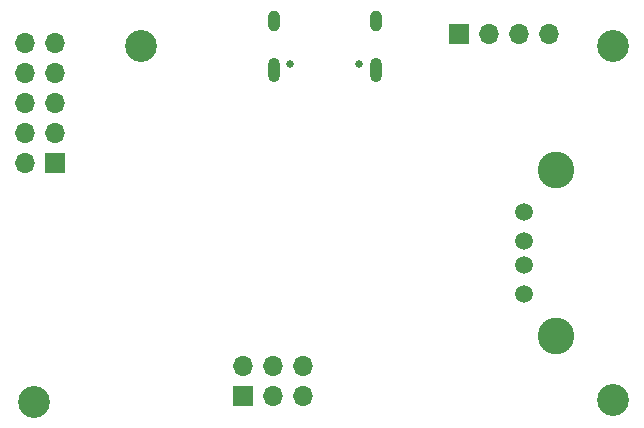
<source format=gbs>
G04 #@! TF.GenerationSoftware,KiCad,Pcbnew,7.0.2-0*
G04 #@! TF.CreationDate,2023-04-30T22:25:47-07:00*
G04 #@! TF.ProjectId,babelfish,62616265-6c66-4697-9368-2e6b69636164,REV1*
G04 #@! TF.SameCoordinates,Original*
G04 #@! TF.FileFunction,Soldermask,Bot*
G04 #@! TF.FilePolarity,Negative*
%FSLAX46Y46*%
G04 Gerber Fmt 4.6, Leading zero omitted, Abs format (unit mm)*
G04 Created by KiCad (PCBNEW 7.0.2-0) date 2023-04-30 22:25:47*
%MOMM*%
%LPD*%
G01*
G04 APERTURE LIST*
%ADD10C,0.649987*%
%ADD11O,1.000000X2.100000*%
%ADD12O,1.000000X1.800000*%
%ADD13R,1.700000X1.700000*%
%ADD14O,1.700000X1.700000*%
%ADD15C,2.700000*%
%ADD16C,1.500000*%
%ADD17C,3.100000*%
G04 APERTURE END LIST*
D10*
X107689942Y-75580213D03*
X113479883Y-75580213D03*
D11*
X114900000Y-76080086D03*
D12*
X114900000Y-71900000D03*
X106259919Y-71900000D03*
D11*
X106259919Y-76080086D03*
D13*
X87787500Y-83887000D03*
D14*
X85247500Y-83887000D03*
X87787500Y-81347000D03*
X85247500Y-81347000D03*
X87787500Y-78807000D03*
X85247500Y-78807000D03*
X87787500Y-76267000D03*
X85247500Y-76267000D03*
X87787500Y-73727000D03*
X85247500Y-73727000D03*
D13*
X103700000Y-103650000D03*
D14*
X103700000Y-101110000D03*
X106240000Y-103650000D03*
X106240000Y-101110000D03*
X108780000Y-103650000D03*
X108780000Y-101110000D03*
D15*
X95000000Y-74000000D03*
D13*
X122000000Y-73000000D03*
D14*
X124540000Y-73000000D03*
X127080000Y-73000000D03*
X129620000Y-73000000D03*
D15*
X86000000Y-104150000D03*
D16*
X127439200Y-95041600D03*
X127439200Y-92541600D03*
X127439200Y-90541600D03*
X127439200Y-88041600D03*
D17*
X130149200Y-98541600D03*
X130149200Y-84541600D03*
D15*
X135000000Y-74000000D03*
X135000000Y-104000000D03*
M02*

</source>
